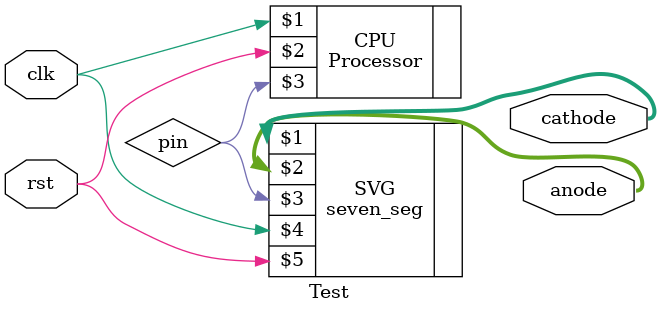
<source format=v>
`timescale 1ns / 1ps


module Test(
    input rst, 
    input clk,
    output wire [6:0] cathode,
    output wire [7:0] anode
    
);
    
    Processor CPU (clk, rst, pin);
    seven_seg SVG (cathode, anode, pin, clk, rst);
    
endmodule

</source>
